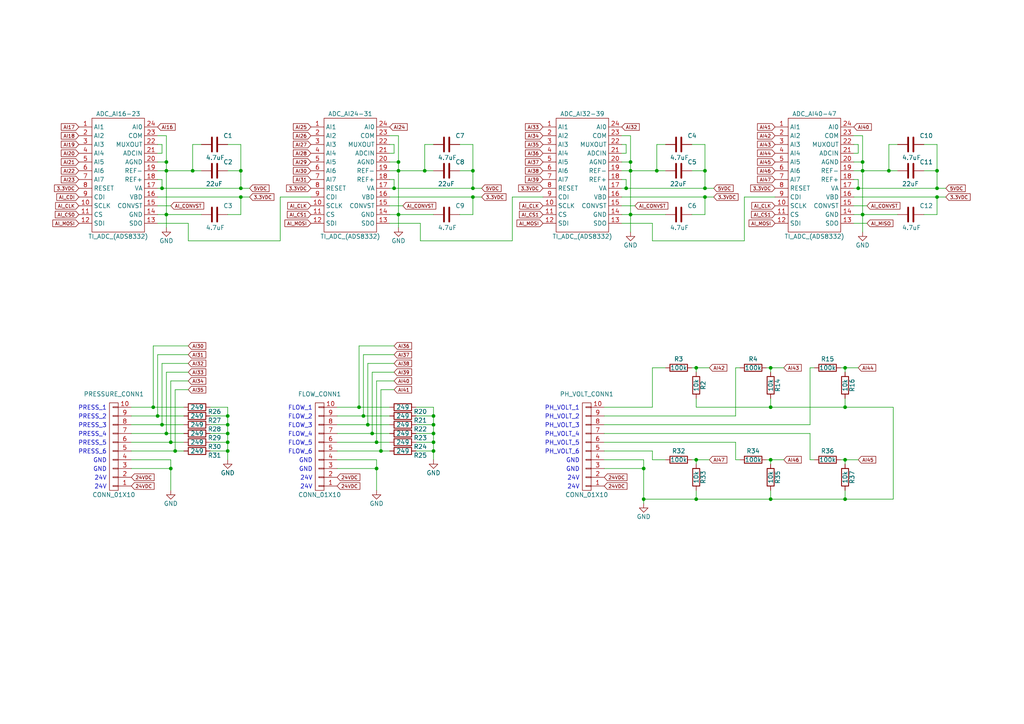
<source format=kicad_sch>
(kicad_sch (version 20250114) (generator "eeschema") (generator_version "9.0")
  (paper "A4")
  (lib_symbols
    (symbol "Smart-Tank-Motherboard-rescue:C" (pin_numbers (hide yes)) (pin_names (offset 0.254))
      (property "Reference" "C" (at 0.635 2.54 0))
      (property "Value" "C" (at 0.635 -2.54 0))
      (symbol "C_0_1"
        (polyline (pts (xy -2.032 0.762) (xy 2.032 0.762)) (stroke (width 0.508)))
        (polyline (pts (xy -2.032 -0.762) (xy 2.032 -0.762)) (stroke (width 0.508)))
      )
      (symbol "C_1_1"
        (pin passive line (at 0 3.81 270) (length 2.794) (name "~") (number "1"))
        (pin passive line (at 0 -3.81 90) (length 2.794) (name "~") (number "2"))
      )
    )
    (symbol "Smart-Tank-Motherboard-rescue:CONN_01X10" (pin_names (offset 1.016) (hide yes))
      (property "Reference" "J" (at 0 13.97 0))
      (property "Value" "CONN_01X10" (at 2.54 0 90))
      (symbol "CONN_01X10_0_1"
        (rectangle (start -1.27 12.7) (end 1.27 -12.7))
        (rectangle (start -1.27 11.557) (end 0.254 11.303))
        (rectangle (start -1.27 9.017) (end 0.254 8.763))
        (rectangle (start -1.27 6.477) (end 0.254 6.223))
        (rectangle (start -1.27 3.937) (end 0.254 3.683))
        (rectangle (start -1.27 1.397) (end 0.254 1.143))
        (rectangle (start -1.27 -1.143) (end 0.254 -1.397))
        (rectangle (start -1.27 -3.683) (end 0.254 -3.937))
        (rectangle (start -1.27 -6.223) (end 0.254 -6.477))
        (rectangle (start -1.27 -8.763) (end 0.254 -9.017))
        (rectangle (start -1.27 -11.303) (end 0.254 -11.557))
      )
      (symbol "CONN_01X10_1_1"
        (pin passive line (at -5.08 11.43 0) (length 3.81) (name "P1") (number "1"))
        (pin passive line (at -5.08 8.89 0) (length 3.81) (name "P2") (number "2"))
        (pin passive line (at -5.08 6.35 0) (length 3.81) (name "P3") (number "3"))
        (pin passive line (at -5.08 3.81 0) (length 3.81) (name "P4") (number "4"))
        (pin passive line (at -5.08 1.27 0) (length 3.81) (name "P5") (number "5"))
        (pin passive line (at -5.08 -1.27 0) (length 3.81) (name "P6") (number "6"))
        (pin passive line (at -5.08 -3.81 0) (length 3.81) (name "P7") (number "7"))
        (pin passive line (at -5.08 -6.35 0) (length 3.81) (name "P8") (number "8"))
        (pin passive line (at -5.08 -8.89 0) (length 3.81) (name "P9") (number "9"))
        (pin passive line (at -5.08 -11.43 0) (length 3.81) (name "P10") (number "10"))
      )
    )
    (symbol "Smart-Tank-Motherboard-rescue:GND" (power) (pin_names (offset 0))
      (property "Value" "GND" (at 0 -3.81 0))
      (symbol "GND_0_1"
        (polyline (pts (xy 0 0) (xy 0 -1.27) (xy 1.27 -1.27) (xy 0 -2.54) (xy -1.27 -1.27) (xy 0 -1.27)))
      )
      (symbol "GND_1_1"
        (pin power_in line (at 0 0 270) (length 0) (hide yes) (name "GND") (number "1"))
      )
    )
    (symbol "Smart-Tank-Motherboard-rescue:R" (pin_numbers (hide yes)) (pin_names (offset 0))
      (property "Reference" "R" (at 2.032 0 90))
      (property "Value" "R" (at 0 0 90))
      (symbol "R_0_1"
        (rectangle (start -1.016 -2.54) (end 1.016 2.54) (stroke (width 0.254)))
      )
      (symbol "R_1_1"
        (pin passive line (at 0 3.81 270) (length 1.27) (name "~") (number "1"))
        (pin passive line (at 0 -3.81 90) (length 1.27) (name "~") (number "2"))
      )
    )
    (symbol "Smart-Tank-Motherboard-rescue:TI_ADC_(ADS8332)"
      (property "Reference" "P" (at 0 17.78 0))
      (property "Value" "TI_ADC_(ADS8332)" (at 0 -17.78 0))
      (symbol "TI_ADC_(ADS8332)_0_1"
        (rectangle (start -7.62 16.51) (end 7.62 -16.51))
      )
      (symbol "TI_ADC_(ADS8332)_1_1"
        (pin input line (at -11.43 13.97 0) (length 3.81) (name "AI1") (number "1"))
        (pin input line (at -11.43 11.43 0) (length 3.81) (name "AI2") (number "2"))
        (pin input line (at -11.43 8.89 0) (length 3.81) (name "AI3") (number "3"))
        (pin input line (at -11.43 6.35 0) (length 3.81) (name "AI4") (number "4"))
        (pin input line (at -11.43 3.81 0) (length 3.81) (name "AI5") (number "5"))
        (pin input line (at -11.43 1.27 0) (length 3.81) (name "AI6") (number "6"))
        (pin input line (at -11.43 -1.27 0) (length 3.81) (name "AI7") (number "7"))
        (pin input line (at -11.43 -3.81 0) (length 3.81) (name "RESET") (number "8"))
        (pin input line (at -11.43 -6.35 0) (length 3.81) (name "CDI") (number "9"))
        (pin input line (at -11.43 -8.89 0) (length 3.81) (name "SCLK") (number "10"))
        (pin input line (at -11.43 -11.43 0) (length 3.81) (name "CS") (number "11"))
        (pin input line (at -11.43 -13.97 0) (length 3.81) (name "SDI") (number "12"))
        (pin input line (at 11.43 13.97 180) (length 3.81) (name "AI0") (number "24"))
        (pin input line (at 11.43 11.43 180) (length 3.81) (name "COM") (number "23"))
        (pin input line (at 11.43 8.89 180) (length 3.81) (name "MUXOUT") (number "22"))
        (pin input line (at 11.43 6.35 180) (length 3.81) (name "ADCIN") (number "21"))
        (pin input line (at 11.43 3.81 180) (length 3.81) (name "AGND") (number "20"))
        (pin input line (at 11.43 1.27 180) (length 3.81) (name "REF-") (number "19"))
        (pin input line (at 11.43 -1.27 180) (length 3.81) (name "REF+") (number "18"))
        (pin input line (at 11.43 -3.81 180) (length 3.81) (name "VA") (number "17"))
        (pin input line (at 11.43 -6.35 180) (length 3.81) (name "VBD") (number "16"))
        (pin input line (at 11.43 -8.89 180) (length 3.81) (name "CONVST") (number "15"))
        (pin input line (at 11.43 -11.43 180) (length 3.81) (name "GND") (number "14"))
        (pin input line (at 11.43 -13.97 180) (length 3.81) (name "SDO") (number "13"))
      )
    )
  )
  (text "FLOW_1" (at 90.678 119.126 0) (effects (font (size 1.2446 1.2446)) (justify right bottom)))
  (text "PRESS_6" (at 30.988 131.826 0) (effects (font (size 1.2446 1.2446)) (justify right bottom)))
  (text "FLOW_3" (at 90.678 124.206 0) (effects (font (size 1.2446 1.2446)) (justify right bottom)))
  (text "PH_VOLT_2" (at 168.148 121.666 0) (effects (font (size 1.2446 1.2446)) (justify right bottom)))
  (text "PH_VOLT_5" (at 168.148 129.286 0) (effects (font (size 1.2446 1.2446)) (justify right bottom)))
  (text "PRESS_1" (at 30.988 119.126 0) (effects (font (size 1.2446 1.2446)) (justify right bottom)))
  (text "24V" (at 168.148 141.986 0) (effects (font (size 1.2446 1.2446)) (justify right bottom)))
  (text "PH_VOLT_6" (at 168.148 131.826 0) (effects (font (size 1.2446 1.2446)) (justify right bottom)))
  (text "24V" (at 90.678 139.446 0) (effects (font (size 1.2446 1.2446)) (justify right bottom)))
  (text "PRESS_4" (at 30.988 126.746 0) (effects (font (size 1.2446 1.2446)) (justify right bottom)))
  (text "PRESS_2" (at 30.988 121.666 0) (effects (font (size 1.2446 1.2446)) (justify right bottom)))
  (text "PH_VOLT_3" (at 168.148 124.206 0) (effects (font (size 1.2446 1.2446)) (justify right bottom)))
  (text "FLOW_5" (at 90.678 129.286 0) (effects (font (size 1.2446 1.2446)) (justify right bottom)))
  (text "FLOW_4" (at 90.678 126.746 0) (effects (font (size 1.2446 1.2446)) (justify right bottom)))
  (text "PRESS_3" (at 30.988 124.206 0) (effects (font (size 1.2446 1.2446)) (justify right bottom)))
  (text "24V" (at 30.988 139.446 0) (effects (font (size 1.2446 1.2446)) (justify right bottom)))
  (text "PRESS_5" (at 30.988 129.286 0) (effects (font (size 1.2446 1.2446)) (justify right bottom)))
  (text "GND" (at 30.988 134.366 0) (effects (font (size 1.2446 1.2446)) (justify right bottom)))
  (text "24V" (at 90.678 141.986 0) (effects (font (size 1.2446 1.2446)) (justify right bottom)))
  (text "GND" (at 90.678 134.366 0) (effects (font (size 1.2446 1.2446)) (justify right bottom)))
  (text "24V" (at 30.988 141.986 0) (effects (font (size 1.2446 1.2446)) (justify right bottom)))
  (text "PH_VOLT_4" (at 168.148 126.746 0) (effects (font (size 1.2446 1.2446)) (justify right bottom)))
  (text "FLOW_2" (at 90.678 121.666 0) (effects (font (size 1.2446 1.2446)) (justify right bottom)))
  (text "FLOW_6" (at 90.678 131.826 0) (effects (font (size 1.2446 1.2446)) (justify right bottom)))
  (text "24V" (at 168.148 139.446 0) (effects (font (size 1.2446 1.2446)) (justify right bottom)))
  (text "GND" (at 90.678 136.906 0) (effects (font (size 1.2446 1.2446)) (justify right bottom)))
  (text "GND" (at 30.988 136.906 0) (effects (font (size 1.2446 1.2446)) (justify right bottom)))
  (text "GND" (at 168.148 134.366 0) (effects (font (size 1.2446 1.2446)) (justify right bottom)))
  (text "PH_VOLT_1" (at 168.148 119.126 0) (effects (font (size 1.2446 1.2446)) (justify right bottom)))
  (text "GND" (at 168.148 136.906 0) (effects (font (size 1.2446 1.2446)) (justify right bottom)))
  (junction (at 125.73 130.81))
  (junction (at 204.47 49.53))
  (junction (at 182.88 49.53))
  (junction (at 46.99 123.19))
  (junction (at 125.73 128.27))
  (junction (at 69.85 49.53))
  (junction (at 115.57 49.53))
  (junction (at 186.69 144.78))
  (junction (at 271.78 57.15))
  (junction (at 201.93 144.78))
  (junction (at 125.73 125.73))
  (junction (at 66.04 120.65))
  (junction (at 49.53 135.89))
  (junction (at 271.78 54.61))
  (junction (at 248.92 54.61))
  (junction (at 201.93 133.35))
  (junction (at 50.8 130.81))
  (junction (at 137.16 49.53))
  (junction (at 105.41 120.65))
  (junction (at 245.11 133.35))
  (junction (at 181.61 54.61))
  (junction (at 48.26 62.23))
  (junction (at 66.04 125.73))
  (junction (at 46.99 54.61))
  (junction (at 115.57 62.23))
  (junction (at 109.22 135.89))
  (junction (at 49.53 128.27))
  (junction (at 204.47 54.61))
  (junction (at 186.69 135.89))
  (junction (at 106.68 123.19))
  (junction (at 45.72 120.65))
  (junction (at 182.88 62.23))
  (junction (at 223.52 106.68))
  (junction (at 245.11 118.11))
  (junction (at 223.52 133.35))
  (junction (at 48.26 46.99))
  (junction (at 245.11 144.78))
  (junction (at 137.16 57.15))
  (junction (at 223.52 118.11))
  (junction (at 115.57 46.99))
  (junction (at 104.14 118.11))
  (junction (at 182.88 46.99))
  (junction (at 257.81 49.53))
  (junction (at 66.04 123.19))
  (junction (at 48.26 125.73))
  (junction (at 190.5 49.53))
  (junction (at 250.19 62.23))
  (junction (at 44.45 118.11))
  (junction (at 271.78 49.53))
  (junction (at 66.04 128.27))
  (junction (at 69.85 54.61))
  (junction (at 250.19 49.53))
  (junction (at 223.52 144.78))
  (junction (at 204.47 57.15))
  (junction (at 114.3 54.61))
  (junction (at 66.04 130.81))
  (junction (at 109.22 128.27))
  (junction (at 123.19 49.53))
  (junction (at 201.93 106.68))
  (junction (at 107.95 125.73))
  (junction (at 125.73 123.19))
  (junction (at 48.26 49.53))
  (junction (at 125.73 120.65))
  (junction (at 250.19 46.99))
  (junction (at 110.49 130.81))
  (junction (at 245.11 106.68))
  (junction (at 69.85 57.15))
  (junction (at 55.88 49.53))
  (junction (at 137.16 54.61))
  (wire (pts (xy 247.65 64.77) (xy 251.46 64.77)))
  (wire (pts (xy 180.34 57.15) (xy 204.47 57.15)))
  (wire (pts (xy 193.04 41.91) (xy 190.5 41.91)))
  (wire (pts (xy 181.61 52.07) (xy 180.34 52.07)))
  (wire (pts (xy 113.03 57.15) (xy 137.16 57.15)))
  (wire (pts (xy 97.79 125.73) (xy 107.95 125.73)))
  (wire (pts (xy 45.72 39.37) (xy 48.26 39.37)))
  (wire (pts (xy 60.96 125.73) (xy 66.04 125.73)))
  (wire (pts (xy 259.08 118.11) (xy 259.08 144.78)))
  (wire (pts (xy 182.88 62.23) (xy 182.88 67.31)))
  (wire (pts (xy 200.66 41.91) (xy 204.47 41.91)))
  (wire (pts (xy 223.52 118.11) (xy 245.11 118.11)))
  (wire (pts (xy 48.26 49.53) (xy 48.26 62.23)))
  (wire (pts (xy 271.78 62.23) (xy 271.78 57.15)))
  (wire (pts (xy 204.47 62.23) (xy 204.47 57.15)))
  (wire (pts (xy 114.3 52.07) (xy 113.03 52.07)))
  (wire (pts (xy 45.72 54.61) (xy 46.99 54.61)))
  (wire (pts (xy 46.99 54.61) (xy 46.99 52.07)))
  (wire (pts (xy 125.73 125.73) (xy 125.73 128.27)))
  (wire (pts (xy 271.78 41.91) (xy 271.78 49.53)))
  (wire (pts (xy 115.57 62.23) (xy 125.73 62.23)))
  (wire (pts (xy 223.52 142.24) (xy 223.52 144.78)))
  (wire (pts (xy 181.61 41.91) (xy 181.61 44.45)))
  (wire (pts (xy 133.35 41.91) (xy 137.16 41.91)))
  (wire (pts (xy 180.34 39.37) (xy 182.88 39.37)))
  (wire (pts (xy 205.74 133.35) (xy 201.93 133.35)))
  (wire (pts (xy 259.08 144.78) (xy 245.11 144.78)))
  (wire (pts (xy 50.8 130.81) (xy 53.34 130.81)))
  (wire (pts (xy 180.34 41.91) (xy 181.61 41.91)))
  (wire (pts (xy 60.96 118.11) (xy 66.04 118.11)))
  (wire (pts (xy 186.69 133.35) (xy 186.69 135.89)))
  (wire (pts (xy 248.92 41.91) (xy 248.92 44.45)))
  (wire (pts (xy 223.52 115.57) (xy 223.52 118.11)))
  (wire (pts (xy 114.3 54.61) (xy 114.3 52.07)))
  (wire (pts (xy 257.81 41.91) (xy 257.81 49.53)))
  (wire (pts (xy 189.23 130.81) (xy 189.23 133.35)))
  (wire (pts (xy 60.96 120.65) (xy 66.04 120.65)))
  (wire (pts (xy 148.59 69.85) (xy 148.59 57.15)))
  (wire (pts (xy 113.03 49.53) (xy 115.57 49.53)))
  (wire (pts (xy 248.92 54.61) (xy 271.78 54.61)))
  (wire (pts (xy 66.04 130.81) (xy 66.04 133.35)))
  (wire (pts (xy 38.1 125.73) (xy 48.26 125.73)))
  (wire (pts (xy 69.85 57.15) (xy 72.39 57.15)))
  (wire (pts (xy 182.88 39.37) (xy 182.88 46.99)))
  (wire (pts (xy 38.1 118.11) (xy 44.45 118.11)))
  (wire (pts (xy 250.19 39.37) (xy 250.19 46.99)))
  (wire (pts (xy 120.65 118.11) (xy 125.73 118.11)))
  (wire (pts (xy 125.73 128.27) (xy 125.73 130.81)))
  (wire (pts (xy 248.92 44.45) (xy 247.65 44.45)))
  (wire (pts (xy 247.65 54.61) (xy 248.92 54.61)))
  (wire (pts (xy 180.34 62.23) (xy 182.88 62.23)))
  (wire (pts (xy 115.57 39.37) (xy 115.57 46.99)))
  (wire (pts (xy 175.26 125.73) (xy 234.95 125.73)))
  (wire (pts (xy 44.45 100.33) (xy 44.45 118.11)))
  (wire (pts (xy 114.3 110.49) (xy 109.22 110.49)))
  (wire (pts (xy 248.92 106.68) (xy 245.11 106.68)))
  (wire (pts (xy 137.16 62.23) (xy 137.16 57.15)))
  (wire (pts (xy 58.42 41.91) (xy 55.88 41.91)))
  (wire (pts (xy 66.04 120.65) (xy 66.04 123.19)))
  (wire (pts (xy 104.14 100.33) (xy 104.14 118.11)))
  (wire (pts (xy 222.25 106.68) (xy 223.52 106.68)))
  (wire (pts (xy 110.49 113.03) (xy 110.49 130.81)))
  (wire (pts (xy 60.96 128.27) (xy 66.04 128.27)))
  (wire (pts (xy 222.25 133.35) (xy 223.52 133.35)))
  (wire (pts (xy 123.19 49.53) (xy 125.73 49.53)))
  (wire (pts (xy 271.78 54.61) (xy 274.32 54.61)))
  (wire (pts (xy 175.26 128.27) (xy 213.36 128.27)))
  (wire (pts (xy 109.22 133.35) (xy 109.22 135.89)))
  (wire (pts (xy 45.72 57.15) (xy 69.85 57.15)))
  (wire (pts (xy 180.34 64.77) (xy 189.23 64.77)))
  (wire (pts (xy 248.92 54.61) (xy 248.92 52.07)))
  (wire (pts (xy 201.93 144.78) (xy 186.69 144.78)))
  (wire (pts (xy 55.88 41.91) (xy 55.88 49.53)))
  (wire (pts (xy 137.16 54.61) (xy 139.7 54.61)))
  (wire (pts (xy 215.9 69.85) (xy 215.9 57.15)))
  (wire (pts (xy 60.96 130.81) (xy 66.04 130.81)))
  (wire (pts (xy 148.59 57.15) (xy 157.48 57.15)))
  (wire (pts (xy 200.66 49.53) (xy 204.47 49.53)))
  (wire (pts (xy 45.72 64.77) (xy 54.61 64.77)))
  (wire (pts (xy 257.81 49.53) (xy 260.35 49.53)))
  (wire (pts (xy 204.47 49.53) (xy 204.47 54.61)))
  (wire (pts (xy 97.79 120.65) (xy 105.41 120.65)))
  (wire (pts (xy 200.66 133.35) (xy 201.93 133.35)))
  (wire (pts (xy 245.11 115.57) (xy 245.11 118.11)))
  (wire (pts (xy 46.99 52.07) (xy 45.72 52.07)))
  (wire (pts (xy 227.33 133.35) (xy 223.52 133.35)))
  (wire (pts (xy 48.26 49.53) (xy 55.88 49.53)))
  (wire (pts (xy 114.3 41.91) (xy 114.3 44.45)))
  (wire (pts (xy 38.1 128.27) (xy 49.53 128.27)))
  (wire (pts (xy 38.1 120.65) (xy 45.72 120.65)))
  (wire (pts (xy 267.97 62.23) (xy 271.78 62.23)))
  (wire (pts (xy 54.61 110.49) (xy 49.53 110.49)))
  (wire (pts (xy 137.16 57.15) (xy 139.7 57.15)))
  (wire (pts (xy 106.68 105.41) (xy 106.68 123.19)))
  (wire (pts (xy 97.79 135.89) (xy 109.22 135.89)))
  (wire (pts (xy 113.03 62.23) (xy 115.57 62.23)))
  (wire (pts (xy 250.19 49.53) (xy 257.81 49.53)))
  (wire (pts (xy 213.36 133.35) (xy 214.63 133.35)))
  (wire (pts (xy 175.26 123.19) (xy 234.95 123.19)))
  (wire (pts (xy 243.84 133.35) (xy 245.11 133.35)))
  (wire (pts (xy 180.34 59.69) (xy 184.15 59.69)))
  (wire (pts (xy 46.99 44.45) (xy 45.72 44.45)))
  (wire (pts (xy 113.03 54.61) (xy 114.3 54.61)))
  (wire (pts (xy 46.99 123.19) (xy 53.34 123.19)))
  (wire (pts (xy 180.34 54.61) (xy 181.61 54.61)))
  (wire (pts (xy 114.3 105.41) (xy 106.68 105.41)))
  (wire (pts (xy 113.03 59.69) (xy 116.84 59.69)))
  (wire (pts (xy 38.1 123.19) (xy 46.99 123.19)))
  (wire (pts (xy 114.3 102.87) (xy 105.41 102.87)))
  (wire (pts (xy 247.65 41.91) (xy 248.92 41.91)))
  (wire (pts (xy 182.88 46.99) (xy 182.88 49.53)))
  (wire (pts (xy 180.34 49.53) (xy 182.88 49.53)))
  (wire (pts (xy 227.33 106.68) (xy 223.52 106.68)))
  (wire (pts (xy 115.57 62.23) (xy 115.57 66.04)))
  (wire (pts (xy 190.5 41.91) (xy 190.5 49.53)))
  (wire (pts (xy 49.53 133.35) (xy 49.53 135.89)))
  (wire (pts (xy 45.72 62.23) (xy 48.26 62.23)))
  (wire (pts (xy 190.5 49.53) (xy 193.04 49.53)))
  (wire (pts (xy 271.78 49.53) (xy 271.78 54.61)))
  (wire (pts (xy 48.26 39.37) (xy 48.26 46.99)))
  (wire (pts (xy 247.65 39.37) (xy 250.19 39.37)))
  (wire (pts (xy 213.36 120.65) (xy 213.36 106.68)))
  (wire (pts (xy 49.53 135.89) (xy 49.53 142.24)))
  (wire (pts (xy 181.61 44.45) (xy 180.34 44.45)))
  (wire (pts (xy 54.61 102.87) (xy 45.72 102.87)))
  (wire (pts (xy 267.97 49.53) (xy 271.78 49.53)))
  (wire (pts (xy 50.8 113.03) (xy 50.8 130.81)))
  (wire (pts (xy 45.72 102.87) (xy 45.72 120.65)))
  (wire (pts (xy 234.95 106.68) (xy 236.22 106.68)))
  (wire (pts (xy 189.23 118.11) (xy 189.23 106.68)))
  (wire (pts (xy 45.72 46.99) (xy 48.26 46.99)))
  (wire (pts (xy 175.26 120.65) (xy 213.36 120.65)))
  (wire (pts (xy 97.79 123.19) (xy 106.68 123.19)))
  (wire (pts (xy 133.35 62.23) (xy 137.16 62.23)))
  (wire (pts (xy 48.26 62.23) (xy 58.42 62.23)))
  (wire (pts (xy 189.23 133.35) (xy 193.04 133.35)))
  (wire (pts (xy 137.16 49.53) (xy 137.16 54.61)))
  (wire (pts (xy 109.22 110.49) (xy 109.22 128.27)))
  (wire (pts (xy 175.26 135.89) (xy 186.69 135.89)))
  (wire (pts (xy 247.65 49.53) (xy 250.19 49.53)))
  (wire (pts (xy 113.03 46.99) (xy 115.57 46.99)))
  (wire (pts (xy 48.26 107.95) (xy 48.26 125.73)))
  (wire (pts (xy 105.41 120.65) (xy 113.03 120.65)))
  (wire (pts (xy 247.65 46.99) (xy 250.19 46.99)))
  (wire (pts (xy 69.85 41.91) (xy 69.85 49.53)))
  (wire (pts (xy 213.36 128.27) (xy 213.36 133.35)))
  (wire (pts (xy 123.19 41.91) (xy 123.19 49.53)))
  (wire (pts (xy 137.16 41.91) (xy 137.16 49.53)))
  (wire (pts (xy 181.61 54.61) (xy 204.47 54.61)))
  (wire (pts (xy 107.95 125.73) (xy 113.03 125.73)))
  (wire (pts (xy 120.65 123.19) (xy 125.73 123.19)))
  (wire (pts (xy 248.92 52.07) (xy 247.65 52.07)))
  (wire (pts (xy 182.88 49.53) (xy 182.88 62.23)))
  (wire (pts (xy 114.3 107.95) (xy 107.95 107.95)))
  (wire (pts (xy 215.9 57.15) (xy 224.79 57.15)))
  (wire (pts (xy 250.19 49.53) (xy 250.19 62.23)))
  (wire (pts (xy 107.95 107.95) (xy 107.95 125.73)))
  (wire (pts (xy 115.57 49.53) (xy 123.19 49.53)))
  (wire (pts (xy 125.73 118.11) (xy 125.73 120.65)))
  (wire (pts (xy 182.88 49.53) (xy 190.5 49.53)))
  (wire (pts (xy 113.03 39.37) (xy 115.57 39.37)))
  (wire (pts (xy 175.26 130.81) (xy 189.23 130.81)))
  (wire (pts (xy 204.47 41.91) (xy 204.47 49.53)))
  (wire (pts (xy 69.85 54.61) (xy 72.39 54.61)))
  (wire (pts (xy 234.95 125.73) (xy 234.95 133.35)))
  (wire (pts (xy 45.72 120.65) (xy 53.34 120.65)))
  (wire (pts (xy 106.68 123.19) (xy 113.03 123.19)))
  (wire (pts (xy 213.36 106.68) (xy 214.63 106.68)))
  (wire (pts (xy 125.73 130.81) (xy 125.73 133.35)))
  (wire (pts (xy 180.34 46.99) (xy 182.88 46.99)))
  (wire (pts (xy 54.61 113.03) (xy 50.8 113.03)))
  (wire (pts (xy 69.85 62.23) (xy 69.85 57.15)))
  (wire (pts (xy 54.61 69.85) (xy 81.28 69.85)))
  (wire (pts (xy 49.53 110.49) (xy 49.53 128.27)))
  (wire (pts (xy 223.52 133.35) (xy 223.52 134.62)))
  (wire (pts (xy 260.35 41.91) (xy 257.81 41.91)))
  (wire (pts (xy 189.23 106.68) (xy 193.04 106.68)))
  (wire (pts (xy 189.23 69.85) (xy 215.9 69.85)))
  (wire (pts (xy 55.88 49.53) (xy 58.42 49.53)))
  (wire (pts (xy 121.92 69.85) (xy 148.59 69.85)))
  (wire (pts (xy 200.66 62.23) (xy 204.47 62.23)))
  (wire (pts (xy 66.04 49.53) (xy 69.85 49.53)))
  (wire (pts (xy 250.19 62.23) (xy 250.19 67.31)))
  (wire (pts (xy 248.92 133.35) (xy 245.11 133.35)))
  (wire (pts (xy 110.49 130.81) (xy 113.03 130.81)))
  (wire (pts (xy 48.26 46.99) (xy 48.26 49.53)))
  (wire (pts (xy 54.61 64.77) (xy 54.61 69.85)))
  (wire (pts (xy 114.3 113.03) (xy 110.49 113.03)))
  (wire (pts (xy 245.11 133.35) (xy 245.11 134.62)))
  (wire (pts (xy 46.99 105.41) (xy 46.99 123.19)))
  (wire (pts (xy 49.53 133.35) (xy 38.1 133.35)))
  (wire (pts (xy 113.03 41.91) (xy 114.3 41.91)))
  (wire (pts (xy 54.61 100.33) (xy 44.45 100.33)))
  (wire (pts (xy 66.04 125.73) (xy 66.04 128.27)))
  (wire (pts (xy 115.57 49.53) (xy 115.57 62.23)))
  (wire (pts (xy 115.57 46.99) (xy 115.57 49.53)))
  (wire (pts (xy 186.69 133.35) (xy 175.26 133.35)))
  (wire (pts (xy 245.11 142.24) (xy 245.11 144.78)))
  (wire (pts (xy 181.61 54.61) (xy 181.61 52.07)))
  (wire (pts (xy 201.93 133.35) (xy 201.93 134.62)))
  (wire (pts (xy 97.79 118.11) (xy 104.14 118.11)))
  (wire (pts (xy 49.53 128.27) (xy 53.34 128.27)))
  (wire (pts (xy 81.28 69.85) (xy 81.28 57.15)))
  (wire (pts (xy 247.65 59.69) (xy 251.46 59.69)))
  (wire (pts (xy 97.79 128.27) (xy 109.22 128.27)))
  (wire (pts (xy 114.3 54.61) (xy 137.16 54.61)))
  (wire (pts (xy 120.65 120.65) (xy 125.73 120.65)))
  (wire (pts (xy 45.72 41.91) (xy 46.99 41.91)))
  (wire (pts (xy 38.1 130.81) (xy 50.8 130.81)))
  (wire (pts (xy 250.19 62.23) (xy 260.35 62.23)))
  (wire (pts (xy 121.92 64.77) (xy 121.92 69.85)))
  (wire (pts (xy 66.04 128.27) (xy 66.04 130.81)))
  (wire (pts (xy 201.93 106.68) (xy 201.93 107.95)))
  (wire (pts (xy 200.66 106.68) (xy 201.93 106.68)))
  (wire (pts (xy 60.96 123.19) (xy 66.04 123.19)))
  (wire (pts (xy 109.22 133.35) (xy 97.79 133.35)))
  (wire (pts (xy 125.73 41.91) (xy 123.19 41.91)))
  (wire (pts (xy 271.78 57.15) (xy 274.32 57.15)))
  (wire (pts (xy 204.47 57.15) (xy 207.01 57.15)))
  (wire (pts (xy 104.14 118.11) (xy 113.03 118.11)))
  (wire (pts (xy 120.65 125.73) (xy 125.73 125.73)))
  (wire (pts (xy 38.1 135.89) (xy 49.53 135.89)))
  (wire (pts (xy 113.03 64.77) (xy 121.92 64.77)))
  (wire (pts (xy 109.22 135.89) (xy 109.22 142.24)))
  (wire (pts (xy 243.84 106.68) (xy 245.11 106.68)))
  (wire (pts (xy 48.26 125.73) (xy 53.34 125.73)))
  (wire (pts (xy 223.52 144.78) (xy 201.93 144.78)))
  (wire (pts (xy 234.95 123.19) (xy 234.95 106.68)))
  (wire (pts (xy 245.11 118.11) (xy 259.08 118.11)))
  (wire (pts (xy 66.04 41.91) (xy 69.85 41.91)))
  (wire (pts (xy 45.72 49.53) (xy 48.26 49.53)))
  (wire (pts (xy 97.79 130.81) (xy 110.49 130.81)))
  (wire (pts (xy 133.35 49.53) (xy 137.16 49.53)))
  (wire (pts (xy 46.99 41.91) (xy 46.99 44.45)))
  (wire (pts (xy 114.3 44.45) (xy 113.03 44.45)))
  (wire (pts (xy 245.11 106.68) (xy 245.11 107.95)))
  (wire (pts (xy 114.3 100.33) (xy 104.14 100.33)))
  (wire (pts (xy 245.11 144.78) (xy 223.52 144.78)))
  (wire (pts (xy 105.41 102.87) (xy 105.41 120.65)))
  (wire (pts (xy 45.72 59.69) (xy 49.53 59.69)))
  (wire (pts (xy 186.69 135.89) (xy 186.69 144.78)))
  (wire (pts (xy 125.73 120.65) (xy 125.73 123.19)))
  (wire (pts (xy 66.04 123.19) (xy 66.04 125.73)))
  (wire (pts (xy 250.19 46.99) (xy 250.19 49.53)))
  (wire (pts (xy 189.23 64.77) (xy 189.23 69.85)))
  (wire (pts (xy 48.26 62.23) (xy 48.26 66.04)))
  (wire (pts (xy 201.93 118.11) (xy 223.52 118.11)))
  (wire (pts (xy 66.04 62.23) (xy 69.85 62.23)))
  (wire (pts (xy 205.74 106.68) (xy 201.93 106.68)))
  (wire (pts (xy 201.93 142.24) (xy 201.93 144.78)))
  (wire (pts (xy 201.93 115.57) (xy 201.93 118.11)))
  (wire (pts (xy 109.22 128.27) (xy 113.03 128.27)))
  (wire (pts (xy 204.47 54.61) (xy 207.01 54.61)))
  (wire (pts (xy 247.65 62.23) (xy 250.19 62.23)))
  (wire (pts (xy 125.73 123.19) (xy 125.73 125.73)))
  (wire (pts (xy 69.85 49.53) (xy 69.85 54.61)))
  (wire (pts (xy 234.95 133.35) (xy 236.22 133.35)))
  (wire (pts (xy 267.97 41.91) (xy 271.78 41.91)))
  (wire (pts (xy 223.52 106.68) (xy 223.52 107.95)))
  (wire (pts (xy 175.26 118.11) (xy 189.23 118.11)))
  (wire (pts (xy 186.69 144.78) (xy 186.69 146.05)))
  (wire (pts (xy 81.28 57.15) (xy 90.17 57.15)))
  (wire (pts (xy 66.04 118.11) (xy 66.04 120.65)))
  (wire (pts (xy 46.99 54.61) (xy 69.85 54.61)))
  (wire (pts (xy 54.61 105.41) (xy 46.99 105.41)))
  (wire (pts (xy 54.61 107.95) (xy 48.26 107.95)))
  (wire (pts (xy 44.45 118.11) (xy 53.34 118.11)))
  (wire (pts (xy 120.65 130.81) (xy 125.73 130.81)))
  (wire (pts (xy 247.65 57.15) (xy 271.78 57.15)))
  (wire (pts (xy 120.65 128.27) (xy 125.73 128.27)))
  (wire (pts (xy 182.88 62.23) (xy 193.04 62.23)))
  (global_label "AI_CONVST" (shape input) (at 49.53 59.69 0) (effects (font (size 0.9906 0.9906))) (property "Intersheetrefs" "${INTERSHEET_REFS}" (effects (hide yes))))
  (global_label "AI34" (shape input) (at 54.61 110.49 0) (effects (font (size 0.9906 0.9906))) (property "Intersheetrefs" "${INTERSHEET_REFS}" (effects (hide yes))))
  (global_label "AI30" (shape input) (at 54.61 100.33 0) (effects (font (size 0.9906 0.9906))) (property "Intersheetrefs" "${INTERSHEET_REFS}" (effects (hide yes))))
  (global_label "AI43" (shape input) (at 227.33 106.68 0) (effects (font (size 0.9906 0.9906))) (property "Intersheetrefs" "${INTERSHEET_REFS}" (effects (hide yes))))
  (global_label "24VDC" (shape input) (at 97.79 138.43 0) (effects (font (size 0.9906 0.9906))) (property "Intersheetrefs" "${INTERSHEET_REFS}" (effects (hide yes))))
  (global_label "AI21" (shape input) (at 22.86 46.99 180) (effects (font (size 0.9906 0.9906))) (property "Intersheetrefs" "${INTERSHEET_REFS}" (effects (hide yes))))
  (global_label "AI_MOSI" (shape input) (at 224.79 64.77 180) (effects (font (size 0.9906 0.9906))) (property "Intersheetrefs" "${INTERSHEET_REFS}" (effects (hide yes))))
  (global_label "3.3VDC" (shape input) (at 22.86 54.61 180) (effects (font (size 0.9906 0.9906))) (property "Intersheetrefs" "${INTERSHEET_REFS}" (effects (hide yes))))
  (global_label "AI_MISO" (shape input) (at 251.46 64.77 0) (effects (font (size 0.9906 0.9906))) (property "Intersheetrefs" "${INTERSHEET_REFS}" (effects (hide yes))))
  (global_label "AI16" (shape input) (at 45.72 36.83 0) (effects (font (size 0.9906 0.9906))) (property "Intersheetrefs" "${INTERSHEET_REFS}" (effects (hide yes))))
  (global_label "AI45" (shape input) (at 224.79 46.99 180) (effects (font (size 0.9906 0.9906))) (property "Intersheetrefs" "${INTERSHEET_REFS}" (effects (hide yes))))
  (global_label "AI34" (shape input) (at 157.48 39.37 180) (effects (font (size 0.9906 0.9906))) (property "Intersheetrefs" "${INTERSHEET_REFS}" (effects (hide yes))))
  (global_label "AI38" (shape input) (at 114.3 105.41 0) (effects (font (size 0.9906 0.9906))) (property "Intersheetrefs" "${INTERSHEET_REFS}" (effects (hide yes))))
  (global_label "AI18" (shape input) (at 22.86 39.37 180) (effects (font (size 0.9906 0.9906))) (property "Intersheetrefs" "${INTERSHEET_REFS}" (effects (hide yes))))
  (global_label "5VDC" (shape input) (at 274.32 54.61 0) (effects (font (size 0.9906 0.9906))) (property "Intersheetrefs" "${INTERSHEET_REFS}" (effects (hide yes))))
  (global_label "AI_CLK" (shape input) (at 157.48 59.69 180) (effects (font (size 0.9906 0.9906))) (property "Intersheetrefs" "${INTERSHEET_REFS}" (effects (hide yes))))
  (global_label "AI30" (shape input) (at 90.17 49.53 180) (effects (font (size 0.9906 0.9906))) (property "Intersheetrefs" "${INTERSHEET_REFS}" (effects (hide yes))))
  (global_label "AI46" (shape input) (at 227.33 133.35 0) (effects (font (size 0.9906 0.9906))) (property "Intersheetrefs" "${INTERSHEET_REFS}" (effects (hide yes))))
  (global_label "AI_CS1" (shape input) (at 224.79 62.23 180) (effects (font (size 0.9906 0.9906))) (property "Intersheetrefs" "${INTERSHEET_REFS}" (effects (hide yes))))
  (global_label "AI46" (shape input) (at 224.79 49.53 180) (effects (font (size 0.9906 0.9906))) (property "Intersheetrefs" "${INTERSHEET_REFS}" (effects (hide yes))))
  (global_label "AI28" (shape input) (at 90.17 44.45 180) (effects (font (size 0.9906 0.9906))) (property "Intersheetrefs" "${INTERSHEET_REFS}" (effects (hide yes))))
  (global_label "AI_MOSI" (shape input) (at 90.17 64.77 180) (effects (font (size 0.9906 0.9906))) (property "Intersheetrefs" "${INTERSHEET_REFS}" (effects (hide yes))))
  (global_label "AI17" (shape input) (at 22.86 36.83 180) (effects (font (size 0.9906 0.9906))) (property "Intersheetrefs" "${INTERSHEET_REFS}" (effects (hide yes))))
  (global_label "AI19" (shape input) (at 22.86 41.91 180) (effects (font (size 0.9906 0.9906))) (property "Intersheetrefs" "${INTERSHEET_REFS}" (effects (hide yes))))
  (global_label "AI35" (shape input) (at 54.61 113.03 0) (effects (font (size 0.9906 0.9906))) (property "Intersheetrefs" "${INTERSHEET_REFS}" (effects (hide yes))))
  (global_label "AI20" (shape input) (at 22.86 44.45 180) (effects (font (size 0.9906 0.9906))) (property "Intersheetrefs" "${INTERSHEET_REFS}" (effects (hide yes))))
  (global_label "AI39" (shape input) (at 157.48 52.07 180) (effects (font (size 0.9906 0.9906))) (property "Intersheetrefs" "${INTERSHEET_REFS}" (effects (hide yes))))
  (global_label "5VDC" (shape input) (at 207.01 54.61 0) (effects (font (size 0.9906 0.9906))) (property "Intersheetrefs" "${INTERSHEET_REFS}" (effects (hide yes))))
  (global_label "AI47" (shape input) (at 205.74 133.35 0) (effects (font (size 0.9906 0.9906))) (property "Intersheetrefs" "${INTERSHEET_REFS}" (effects (hide yes))))
  (global_label "24VDC" (shape input) (at 38.1 138.43 0) (effects (font (size 0.9906 0.9906))) (property "Intersheetrefs" "${INTERSHEET_REFS}" (effects (hide yes))))
  (global_label "AI40" (shape input) (at 247.65 36.83 0) (effects (font (size 0.9906 0.9906))) (property "Intersheetrefs" "${INTERSHEET_REFS}" (effects (hide yes))))
  (global_label "AI_MOSI" (shape input) (at 157.48 64.77 180) (effects (font (size 0.9906 0.9906))) (property "Intersheetrefs" "${INTERSHEET_REFS}" (effects (hide yes))))
  (global_label "AI_CONVST" (shape input) (at 251.46 59.69 0) (effects (font (size 0.9906 0.9906))) (property "Intersheetrefs" "${INTERSHEET_REFS}" (effects (hide yes))))
  (global_label "24VDC" (shape input) (at 175.26 138.43 0) (effects (font (size 0.9906 0.9906))) (property "Intersheetrefs" "${INTERSHEET_REFS}" (effects (hide yes))))
  (global_label "AI25" (shape input) (at 90.17 36.83 180) (effects (font (size 0.9906 0.9906))) (property "Intersheetrefs" "${INTERSHEET_REFS}" (effects (hide yes))))
  (global_label "AI36" (shape input) (at 157.48 44.45 180) (effects (font (size 0.9906 0.9906))) (property "Intersheetrefs" "${INTERSHEET_REFS}" (effects (hide yes))))
  (global_label "AI27" (shape input) (at 90.17 41.91 180) (effects (font (size 0.9906 0.9906))) (property "Intersheetrefs" "${INTERSHEET_REFS}" (effects (hide yes))))
  (global_label "AI43" (shape input) (at 224.79 41.91 180) (effects (font (size 0.9906 0.9906))) (property "Intersheetrefs" "${INTERSHEET_REFS}" (effects (hide yes))))
  (global_label "AI47" (shape input) (at 224.79 52.07 180) (effects (font (size 0.9906 0.9906))) (property "Intersheetrefs" "${INTERSHEET_REFS}" (effects (hide yes))))
  (global_label "AI22" (shape input) (at 22.86 49.53 180) (effects (font (size 0.9906 0.9906))) (property "Intersheetrefs" "${INTERSHEET_REFS}" (effects (hide yes))))
  (global_label "AI32" (shape input) (at 180.34 36.83 0) (effects (font (size 0.9906 0.9906))) (property "Intersheetrefs" "${INTERSHEET_REFS}" (effects (hide yes))))
  (global_label "AI_CDI" (shape input) (at 22.86 57.15 180) (effects (font (size 0.9906 0.9906))) (property "Intersheetrefs" "${INTERSHEET_REFS}" (effects (hide yes))))
  (global_label "AI42" (shape input) (at 205.74 106.68 0) (effects (font (size 0.9906 0.9906))) (property "Intersheetrefs" "${INTERSHEET_REFS}" (effects (hide yes))))
  (global_label "AI_CS1" (shape input) (at 90.17 62.23 180) (effects (font (size 0.9906 0.9906))) (property "Intersheetrefs" "${INTERSHEET_REFS}" (effects (hide yes))))
  (global_label "AI29" (shape input) (at 90.17 46.99 180) (effects (font (size 0.9906 0.9906))) (property "Intersheetrefs" "${INTERSHEET_REFS}" (effects (hide yes))))
  (global_label "AI44" (shape input) (at 248.92 106.68 0) (effects (font (size 0.9906 0.9906))) (property "Intersheetrefs" "${INTERSHEET_REFS}" (effects (hide yes))))
  (global_label "AI38" (shape input) (at 157.48 49.53 180) (effects (font (size 0.9906 0.9906))) (property "Intersheetrefs" "${INTERSHEET_REFS}" (effects (hide yes))))
  (global_label "AI_CLK" (shape input) (at 90.17 59.69 180) (effects (font (size 0.9906 0.9906))) (property "Intersheetrefs" "${INTERSHEET_REFS}" (effects (hide yes))))
  (global_label "24VDC" (shape input) (at 38.1 140.97 0) (effects (font (size 0.9906 0.9906))) (property "Intersheetrefs" "${INTERSHEET_REFS}" (effects (hide yes))))
  (global_label "3.3VDC" (shape input) (at 72.39 57.15 0) (effects (font (size 0.9906 0.9906))) (property "Intersheetrefs" "${INTERSHEET_REFS}" (effects (hide yes))))
  (global_label "AI_CONVST" (shape input) (at 116.84 59.69 0) (effects (font (size 0.9906 0.9906))) (property "Intersheetrefs" "${INTERSHEET_REFS}" (effects (hide yes))))
  (global_label "AI_CLK" (shape input) (at 224.79 59.69 180) (effects (font (size 0.9906 0.9906))) (property "Intersheetrefs" "${INTERSHEET_REFS}" (effects (hide yes))))
  (global_label "24VDC" (shape input) (at 97.79 140.97 0) (effects (font (size 0.9906 0.9906))) (property "Intersheetrefs" "${INTERSHEET_REFS}" (effects (hide yes))))
  (global_label "AI26" (shape input) (at 90.17 39.37 180) (effects (font (size 0.9906 0.9906))) (property "Intersheetrefs" "${INTERSHEET_REFS}" (effects (hide yes))))
  (global_label "3.3VDC" (shape input) (at 157.48 54.61 180) (effects (font (size 0.9906 0.9906))) (property "Intersheetrefs" "${INTERSHEET_REFS}" (effects (hide yes))))
  (global_label "3.3VDC" (shape input) (at 90.17 54.61 180) (effects (font (size 0.9906 0.9906))) (property "Intersheetrefs" "${INTERSHEET_REFS}" (effects (hide yes))))
  (global_label "AI41" (shape input) (at 224.79 36.83 180) (effects (font (size 0.9906 0.9906))) (property "Intersheetrefs" "${INTERSHEET_REFS}" (effects (hide yes))))
  (global_label "AI42" (shape input) (at 224.79 39.37 180) (effects (font (size 0.9906 0.9906))) (property "Intersheetrefs" "${INTERSHEET_REFS}" (effects (hide yes))))
  (global_label "AI23" (shape input) (at 22.86 52.07 180) (effects (font (size 0.9906 0.9906))) (property "Intersheetrefs" "${INTERSHEET_REFS}" (effects (hide yes))))
  (global_label "AI39" (shape input) (at 114.3 107.95 0) (effects (font (size 0.9906 0.9906))) (property "Intersheetrefs" "${INTERSHEET_REFS}" (effects (hide yes))))
  (global_label "AI_MOSI" (shape input) (at 22.86 64.77 180) (effects (font (size 0.9906 0.9906))) (property "Intersheetrefs" "${INTERSHEET_REFS}" (effects (hide yes))))
  (global_label "AI_CLK" (shape input) (at 22.86 59.69 180) (effects (font (size 0.9906 0.9906))) (property "Intersheetrefs" "${INTERSHEET_REFS}" (effects (hide yes))))
  (global_label "5VDC" (shape input) (at 139.7 54.61 0) (effects (font (size 0.9906 0.9906))) (property "Intersheetrefs" "${INTERSHEET_REFS}" (effects (hide yes))))
  (global_label "AI45" (shape input) (at 248.92 133.35 0) (effects (font (size 0.9906 0.9906))) (property "Intersheetrefs" "${INTERSHEET_REFS}" (effects (hide yes))))
  (global_label "3.3VDC" (shape input) (at 224.79 54.61 180) (effects (font (size 0.9906 0.9906))) (property "Intersheetrefs" "${INTERSHEET_REFS}" (effects (hide yes))))
  (global_label "AI36" (shape input) (at 114.3 100.33 0) (effects (font (size 0.9906 0.9906))) (property "Intersheetrefs" "${INTERSHEET_REFS}" (effects (hide yes))))
  (global_label "AI35" (shape input) (at 157.48 41.91 180) (effects (font (size 0.9906 0.9906))) (property "Intersheetrefs" "${INTERSHEET_REFS}" (effects (hide yes))))
  (global_label "3.3VDC" (shape input) (at 139.7 57.15 0) (effects (font (size 0.9906 0.9906))) (property "Intersheetrefs" "${INTERSHEET_REFS}" (effects (hide yes))))
  (global_label "AI44" (shape input) (at 224.79 44.45 180) (effects (font (size 0.9906 0.9906))) (property "Intersheetrefs" "${INTERSHEET_REFS}" (effects (hide yes))))
  (global_label "AI_CONVST" (shape input) (at 184.15 59.69 0) (effects (font (size 0.9906 0.9906))) (property "Intersheetrefs" "${INTERSHEET_REFS}" (effects (hide yes))))
  (global_label "AI41" (shape input) (at 114.3 113.03 0) (effects (font (size 0.9906 0.9906))) (property "Intersheetrefs" "${INTERSHEET_REFS}" (effects (hide yes))))
  (global_label "AI31" (shape input) (at 54.61 102.87 0) (effects (font (size 0.9906 0.9906))) (property "Intersheetrefs" "${INTERSHEET_REFS}" (effects (hide yes))))
  (global_label "AI40" (shape input) (at 114.3 110.49 0) (effects (font (size 0.9906 0.9906))) (property "Intersheetrefs" "${INTERSHEET_REFS}" (effects (hide yes))))
  (global_label "AI37" (shape input) (at 157.48 46.99 180) (effects (font (size 0.9906 0.9906))) (property "Intersheetrefs" "${INTERSHEET_REFS}" (effects (hide yes))))
  (global_label "AI37" (shape input) (at 114.3 102.87 0) (effects (font (size 0.9906 0.9906))) (property "Intersheetrefs" "${INTERSHEET_REFS}" (effects (hide yes))))
  (global_label "3.3VDC" (shape input) (at 274.32 57.15 0) (effects (font (size 0.9906 0.9906))) (property "Intersheetrefs" "${INTERSHEET_REFS}" (effects (hide yes))))
  (global_label "AI33" (shape input) (at 157.48 36.83 180) (effects (font (size 0.9906 0.9906))) (property "Intersheetrefs" "${INTERSHEET_REFS}" (effects (hide yes))))
  (global_label "24VDC" (shape input) (at 175.26 140.97 0) (effects (font (size 0.9906 0.9906))) (property "Intersheetrefs" "${INTERSHEET_REFS}" (effects (hide yes))))
  (global_label "AI24" (shape input) (at 113.03 36.83 0) (effects (font (size 0.9906 0.9906))) (property "Intersheetrefs" "${INTERSHEET_REFS}" (effects (hide yes))))
  (global_label "AI32" (shape input) (at 54.61 105.41 0) (effects (font (size 0.9906 0.9906))) (property "Intersheetrefs" "${INTERSHEET_REFS}" (effects (hide yes))))
  (global_label "AI_CS0" (shape input) (at 22.86 62.23 180) (effects (font (size 0.9906 0.9906))) (property "Intersheetrefs" "${INTERSHEET_REFS}" (effects (hide yes))))
  (global_label "AI33" (shape input) (at 54.61 107.95 0) (effects (font (size 0.9906 0.9906))) (property "Intersheetrefs" "${INTERSHEET_REFS}" (effects (hide yes))))
  (global_label "5VDC" (shape input) (at 72.39 54.61 0) (effects (font (size 0.9906 0.9906))) (property "Intersheetrefs" "${INTERSHEET_REFS}" (effects (hide yes))))
  (global_label "AI_CS1" (shape input) (at 157.48 62.23 180) (effects (font (size 0.9906 0.9906))) (property "Intersheetrefs" "${INTERSHEET_REFS}" (effects (hide yes))))
  (global_label "AI31" (shape input) (at 90.17 52.07 180) (effects (font (size 0.9906 0.9906))) (property "Intersheetrefs" "${INTERSHEET_REFS}" (effects (hide yes))))
  (global_label "3.3VDC" (shape input) (at 207.01 57.15 0) (effects (font (size 0.9906 0.9906))) (property "Intersheetrefs" "${INTERSHEET_REFS}" (effects (hide yes))))
  (symbol (lib_id "Smart-Tank-Motherboard-rescue:TI_ADC_(ADS8332)") (at 34.29 50.8 0) (unit 1)
    (property "Reference" "ADC_AI16-23" (at 34.29 33.02 0))
    (property "Value" "TI_ADC_(ADS8332)" (at 34.29 68.58 0))
    (property "Footprint" "Smart_Tank:TI_ADC_(ADS8332)" (effects (hide yes)))
  )
  (symbol (lib_id "Smart-Tank-Motherboard-rescue:GND") (at 48.26 66.04 0) (unit 1)
    (property "Reference" "#PWR011" (effects (hide yes)))
    (property "Value" "GND" (at 48.26 69.85 0))
  )
  (symbol (lib_id "Smart-Tank-Motherboard-rescue:C") (at 62.23 62.23 270) (unit 1)
    (property "Reference" "C3" (at 64.77 59.69 90) (effects (justify left)))
    (property "Value" "4.7uF" (at 59.69 66.04 90) (effects (justify left)))
    (property "Footprint" "Capacitors_SMD:C_1206" (effects (hide yes)))
  )
  (symbol (lib_id "Smart-Tank-Motherboard-rescue:C") (at 62.23 49.53 270) (unit 1)
    (property "Reference" "C2" (at 64.77 46.99 90) (effects (justify left)))
    (property "Value" "22uF" (at 59.69 53.34 90) (effects (justify left)))
    (property "Footprint" "Capacitors_SMD:C_1206" (effects (hide yes)))
  )
  (symbol (lib_id "Smart-Tank-Motherboard-rescue:C") (at 62.23 41.91 270) (unit 1)
    (property "Reference" "C1" (at 64.77 39.37 90) (effects (justify left)))
    (property "Value" "4.7uF" (at 59.69 45.72 90) (effects (justify left)))
    (property "Footprint" "Capacitors_SMD:C_1206" (effects (hide yes)))
  )
  (symbol (lib_id "Smart-Tank-Motherboard-rescue:TI_ADC_(ADS8332)") (at 101.6 50.8 0) (unit 1)
    (property "Reference" "ADC_AI24-31" (at 101.6 33.02 0))
    (property "Value" "TI_ADC_(ADS8332)" (at 101.6 68.58 0))
    (property "Footprint" "Smart_Tank:TI_ADC_(ADS8332)" (effects (hide yes)))
  )
  (symbol (lib_id "Smart-Tank-Motherboard-rescue:GND") (at 115.57 66.04 0) (unit 1)
    (property "Reference" "#PWR012" (effects (hide yes)))
    (property "Value" "GND" (at 115.57 69.85 0))
  )
  (symbol (lib_id "Smart-Tank-Motherboard-rescue:C") (at 129.54 62.23 270) (unit 1)
    (property "Reference" "C9" (at 132.08 59.69 90) (effects (justify left)))
    (property "Value" "4.7uF" (at 127 66.04 90) (effects (justify left)))
    (property "Footprint" "Capacitors_SMD:C_1206" (effects (hide yes)))
  )
  (symbol (lib_id "Smart-Tank-Motherboard-rescue:C") (at 129.54 49.53 270) (unit 1)
    (property "Reference" "C8" (at 132.08 46.99 90) (effects (justify left)))
    (property "Value" "22uF" (at 127 53.34 90) (effects (justify left)))
    (property "Footprint" "Capacitors_SMD:C_1206" (effects (hide yes)))
  )
  (symbol (lib_id "Smart-Tank-Motherboard-rescue:C") (at 129.54 41.91 270) (unit 1)
    (property "Reference" "C7" (at 132.08 39.37 90) (effects (justify left)))
    (property "Value" "4.7uF" (at 127 45.72 90) (effects (justify left)))
    (property "Footprint" "Capacitors_SMD:C_1206" (effects (hide yes)))
  )
  (symbol (lib_id "Smart-Tank-Motherboard-rescue:TI_ADC_(ADS8332)") (at 168.91 50.8 0) (unit 1)
    (property "Reference" "ADC_AI32-39" (at 168.91 33.02 0))
    (property "Value" "TI_ADC_(ADS8332)" (at 168.91 68.58 0))
    (property "Footprint" "Smart_Tank:TI_ADC_(ADS8332)" (effects (hide yes)))
  )
  (symbol (lib_id "Smart-Tank-Motherboard-rescue:GND") (at 182.88 67.31 0) (unit 1)
    (property "Reference" "#PWR013" (effects (hide yes)))
    (property "Value" "GND" (at 182.88 71.12 0))
  )
  (symbol (lib_id "Smart-Tank-Motherboard-rescue:C") (at 196.85 62.23 270) (unit 1)
    (property "Reference" "C6" (at 199.39 59.69 90) (effects (justify left)))
    (property "Value" "4.7uF" (at 194.31 66.04 90) (effects (justify left)))
    (property "Footprint" "Capacitors_SMD:C_1206" (effects (hide yes)))
  )
  (symbol (lib_id "Smart-Tank-Motherboard-rescue:C") (at 196.85 49.53 270) (unit 1)
    (property "Reference" "C5" (at 199.39 46.99 90) (effects (justify left)))
    (property "Value" "22uF" (at 194.31 53.34 90) (effects (justify left)))
    (property "Footprint" "Capacitors_SMD:C_1206" (effects (hide yes)))
  )
  (symbol (lib_id "Smart-Tank-Motherboard-rescue:C") (at 196.85 41.91 270) (unit 1)
    (property "Reference" "C4" (at 199.39 39.37 90) (effects (justify left)))
    (property "Value" "4.7uF" (at 194.31 45.72 90) (effects (justify left)))
    (property "Footprint" "Capacitors_SMD:C_1206" (effects (hide yes)))
  )
  (symbol (lib_id "Smart-Tank-Motherboard-rescue:TI_ADC_(ADS8332)") (at 236.22 50.8 0) (unit 1)
    (property "Reference" "ADC_AI40-47" (at 236.22 33.02 0))
    (property "Value" "TI_ADC_(ADS8332)" (at 236.22 68.58 0))
    (property "Footprint" "Smart_Tank:TI_ADC_(ADS8332)" (effects (hide yes)))
  )
  (symbol (lib_id "Smart-Tank-Motherboard-rescue:GND") (at 250.19 67.31 0) (unit 1)
    (property "Reference" "#PWR014" (effects (hide yes)))
    (property "Value" "GND" (at 250.19 71.12 0))
  )
  (symbol (lib_id "Smart-Tank-Motherboard-rescue:C") (at 264.16 62.23 270) (unit 1)
    (property "Reference" "C12" (at 266.7 59.69 90) (effects (justify left)))
    (property "Value" "4.7uF" (at 261.62 66.04 90) (effects (justify left)))
    (property "Footprint" "Capacitors_SMD:C_1206" (effects (hide yes)))
  )
  (symbol (lib_id "Smart-Tank-Motherboard-rescue:C") (at 264.16 49.53 270) (unit 1)
    (property "Reference" "C11" (at 266.7 46.99 90) (effects (justify left)))
    (property "Value" "22uF" (at 261.62 53.34 90) (effects (justify left)))
    (property "Footprint" "Capacitors_SMD:C_1206" (effects (hide yes)))
  )
  (symbol (lib_id "Smart-Tank-Motherboard-rescue:C") (at 264.16 41.91 270) (unit 1)
    (property "Reference" "C10" (at 266.7 39.37 90) (effects (justify left)))
    (property "Value" "4.7uF" (at 261.62 45.72 90) (effects (justify left)))
    (property "Footprint" "Capacitors_SMD:C_1206" (effects (hide yes)))
  )
  (symbol (lib_id "Smart-Tank-Motherboard-rescue:CONN_01X10") (at 33.02 129.54 180) (unit 1)
    (property "Reference" "PRESSURE_CONN1" (at 33.02 114.3 0))
    (property "Value" "CONN_01X10" (at 33.02 143.51 0))
    (property "Footprint" "Smart_Tank:PHX_TB_HDR_10_POS_STR_(1755817)" (effects (hide yes)))
  )
  (symbol (lib_id "Smart-Tank-Motherboard-rescue:GND") (at 49.53 142.24 0) (unit 1)
    (property "Reference" "#PWR015" (effects (hide yes)))
    (property "Value" "GND" (at 49.53 146.05 0))
  )
  (symbol (lib_id "Smart-Tank-Motherboard-rescue:GND") (at 66.04 133.35 0) (unit 1)
    (property "Reference" "#PWR016" (effects (hide yes)))
    (property "Value" "GND" (at 66.04 137.16 0))
  )
  (symbol (lib_id "Smart-Tank-Motherboard-rescue:R") (at 57.15 118.11 270) (unit 1)
    (property "Reference" "R26" (at 62.23 119.38 90))
    (property "Value" "249" (at 57.15 118.11 90))
    (property "Footprint" "Resistors_SMD:R_1206" (effects (hide yes)))
  )
  (symbol (lib_id "Smart-Tank-Motherboard-rescue:R") (at 57.15 120.65 270) (unit 1)
    (property "Reference" "R27" (at 62.23 121.92 90))
    (property "Value" "249" (at 57.15 120.65 90))
    (property "Footprint" "Resistors_SMD:R_1206" (effects (hide yes)))
  )
  (symbol (lib_id "Smart-Tank-Motherboard-rescue:R") (at 57.15 123.19 270) (unit 1)
    (property "Reference" "R28" (at 62.23 124.46 90))
    (property "Value" "249" (at 57.15 123.19 90))
    (property "Footprint" "Resistors_SMD:R_1206" (effects (hide yes)))
  )
  (symbol (lib_id "Smart-Tank-Motherboard-rescue:R") (at 57.15 125.73 270) (unit 1)
    (property "Reference" "R29" (at 62.23 127 90))
    (property "Value" "249" (at 57.15 125.73 90))
    (property "Footprint" "Resistors_SMD:R_1206" (effects (hide yes)))
  )
  (symbol (lib_id "Smart-Tank-Motherboard-rescue:R") (at 57.15 128.27 270) (unit 1)
    (property "Reference" "R30" (at 62.23 129.54 90))
    (property "Value" "249" (at 57.15 128.27 90))
    (property "Footprint" "Resistors_SMD:R_1206" (effects (hide yes)))
  )
  (symbol (lib_id "Smart-Tank-Motherboard-rescue:R") (at 57.15 130.81 270) (unit 1)
    (property "Reference" "R31" (at 62.23 132.08 90))
    (property "Value" "249" (at 57.15 130.81 90))
    (property "Footprint" "Resistors_SMD:R_1206" (effects (hide yes)))
  )
  (symbol (lib_id "Smart-Tank-Motherboard-rescue:CONN_01X10") (at 92.71 129.54 180) (unit 1)
    (property "Reference" "FLOW_CONN1" (at 92.71 114.3 0))
    (property "Value" "CONN_01X10" (at 92.71 143.51 0))
    (property "Footprint" "Smart_Tank:PHX_TB_HDR_10_POS_STR_(1755817)" (effects (hide yes)))
  )
  (symbol (lib_id "Smart-Tank-Motherboard-rescue:GND") (at 109.22 142.24 0) (unit 1)
    (property "Reference" "#PWR017" (effects (hide yes)))
    (property "Value" "GND" (at 109.22 146.05 0))
  )
  (symbol (lib_id "Smart-Tank-Motherboard-rescue:CONN_01X10") (at 170.18 129.54 180) (unit 1)
    (property "Reference" "PH_VOLT_CONN1" (at 170.18 114.3 0))
    (property "Value" "CONN_01X10" (at 170.18 143.51 0))
    (property "Footprint" "Smart_Tank:PHX_TB_HDR_10_POS_STR_(1755817)" (effects (hide yes)))
  )
  (symbol (lib_id "Smart-Tank-Motherboard-rescue:GND") (at 186.69 146.05 0) (unit 1)
    (property "Reference" "#PWR018" (effects (hide yes)))
    (property "Value" "GND" (at 186.69 149.86 0))
  )
  (symbol (lib_id "Smart-Tank-Motherboard-rescue:GND") (at 125.73 133.35 0) (unit 1)
    (property "Reference" "#PWR019" (effects (hide yes)))
    (property "Value" "GND" (at 125.73 137.16 0))
  )
  (symbol (lib_id "Smart-Tank-Motherboard-rescue:R") (at 116.84 118.11 270) (unit 1)
    (property "Reference" "R20" (at 121.92 119.38 90))
    (property "Value" "249" (at 116.84 118.11 90))
    (property "Footprint" "Resistors_SMD:R_1206" (effects (hide yes)))
  )
  (symbol (lib_id "Smart-Tank-Motherboard-rescue:R") (at 116.84 120.65 270) (unit 1)
    (property "Reference" "R21" (at 121.92 121.92 90))
    (property "Value" "249" (at 116.84 120.65 90))
    (property "Footprint" "Resistors_SMD:R_1206" (effects (hide yes)))
  )
  (symbol (lib_id "Smart-Tank-Motherboard-rescue:R") (at 116.84 123.19 270) (unit 1)
    (property "Reference" "R22" (at 121.92 124.46 90))
    (property "Value" "249" (at 116.84 123.19 90))
    (property "Footprint" "Resistors_SMD:R_1206" (effects (hide yes)))
  )
  (symbol (lib_id "Smart-Tank-Motherboard-rescue:R") (at 116.84 125.73 270) (unit 1)
    (property "Reference" "R23" (at 121.92 127 90))
    (property "Value" "249" (at 116.84 125.73 90))
    (property "Footprint" "Resistors_SMD:R_1206" (effects (hide yes)))
  )
  (symbol (lib_id "Smart-Tank-Motherboard-rescue:R") (at 116.84 128.27 270) (unit 1)
    (property "Reference" "R24" (at 121.92 129.54 90))
    (property "Value" "249" (at 116.84 128.27 90))
    (property "Footprint" "Resistors_SMD:R_1206" (effects (hide yes)))
  )
  (symbol (lib_id "Smart-Tank-Motherboard-rescue:R") (at 116.84 130.81 270) (unit 1)
    (property "Reference" "R25" (at 121.92 132.08 90))
    (property "Value" "249" (at 116.84 130.81 90))
    (property "Footprint" "Resistors_SMD:R_1206" (effects (hide yes)))
  )
  (symbol (lib_id "Smart-Tank-Motherboard-rescue:R") (at 196.85 106.68 90) (mirror x) (unit 1)
    (property "Reference" "R3" (at 196.85 104.14 90))
    (property "Value" "100k" (at 196.85 106.68 90))
    (property "Footprint" "Resistors_SMD:R_1206" (effects (hide yes)))
  )
  (symbol (lib_id "Smart-Tank-Motherboard-rescue:R") (at 223.52 138.43 0) (mirror x) (unit 1)
    (property "Reference" "R35" (at 225.552 138.43 90))
    (property "Value" "10k" (at 223.52 138.43 90))
    (property "Footprint" "Resistors_SMD:R_1206" (effects (hide yes)))
  )
  (symbol (lib_id "Smart-Tank-Motherboard-rescue:R") (at 201.93 138.43 0) (mirror x) (unit 1)
    (property "Reference" "R33" (at 203.962 138.43 90))
    (property "Value" "10k" (at 201.93 138.43 90))
    (property "Footprint" "Resistors_SMD:R_1206" (effects (hide yes)))
  )
  (symbol (lib_id "Smart-Tank-Motherboard-rescue:R") (at 245.11 111.76 0) (mirror x) (unit 1)
    (property "Reference" "R16" (at 247.142 111.76 90))
    (property "Value" "10k" (at 245.11 111.76 90))
    (property "Footprint" "Resistors_SMD:R_1206" (effects (hide yes)))
  )
  (symbol (lib_id "Smart-Tank-Motherboard-rescue:R") (at 196.85 133.35 90) (mirror x) (unit 1)
    (property "Reference" "R32" (at 196.85 130.81 90))
    (property "Value" "100k" (at 196.85 133.35 90))
    (property "Footprint" "Resistors_SMD:R_1206" (effects (hide yes)))
  )
  (symbol (lib_id "Smart-Tank-Motherboard-rescue:R") (at 240.03 106.68 90) (mirror x) (unit 1)
    (property "Reference" "R15" (at 240.03 104.14 90))
    (property "Value" "100k" (at 240.03 106.68 90))
    (property "Footprint" "Resistors_SMD:R_1206" (effects (hide yes)))
  )
  (symbol (lib_id "Smart-Tank-Motherboard-rescue:R") (at 240.03 133.35 90) (mirror x) (unit 1)
    (property "Reference" "R36" (at 240.03 130.81 90))
    (property "Value" "100k" (at 240.03 133.35 90))
    (property "Footprint" "Resistors_SMD:R_1206" (effects (hide yes)))
  )
  (symbol (lib_id "Smart-Tank-Motherboard-rescue:R") (at 218.44 133.35 90) (mirror x) (unit 1)
    (property "Reference" "R34" (at 218.44 130.81 90))
    (property "Value" "100k" (at 218.44 133.35 90))
    (property "Footprint" "Resistors_SMD:R_1206" (effects (hide yes)))
  )
  (symbol (lib_id "Smart-Tank-Motherboard-rescue:R") (at 223.52 111.76 0) (mirror x) (unit 1)
    (property "Reference" "R14" (at 225.552 111.76 90))
    (property "Value" "10k" (at 223.52 111.76 90))
    (property "Footprint" "Resistors_SMD:R_1206" (effects (hide yes)))
  )
  (symbol (lib_id "Smart-Tank-Motherboard-rescue:R") (at 218.44 106.68 90) (mirror x) (unit 1)
    (property "Reference" "R4" (at 218.44 104.14 90))
    (property "Value" "100k" (at 218.44 106.68 90))
    (property "Footprint" "Resistors_SMD:R_1206" (effects (hide yes)))
  )
  (symbol (lib_id "Smart-Tank-Motherboard-rescue:R") (at 245.11 138.43 0) (mirror x) (unit 1)
    (property "Reference" "R37" (at 247.142 138.43 90))
    (property "Value" "10k" (at 245.11 138.43 90))
    (property "Footprint" "Resistors_SMD:R_1206" (effects (hide yes)))
  )
  (symbol (lib_id "Smart-Tank-Motherboard-rescue:R") (at 201.93 111.76 0) (mirror x) (unit 1)
    (property "Reference" "R2" (at 203.962 111.76 90))
    (property "Value" "10k" (at 201.93 111.76 90))
    (property "Footprint" "Resistors_SMD:R_1206" (effects (hide yes)))
  )
)
</source>
